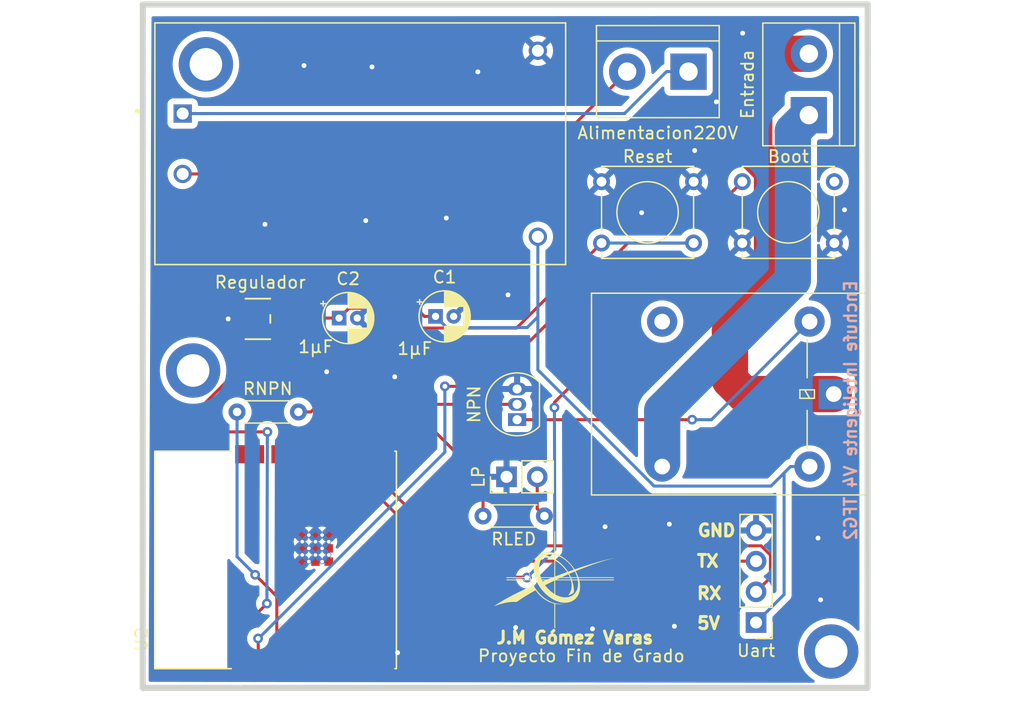
<source format=kicad_pcb>
(kicad_pcb (version 20221018) (generator pcbnew)
  (title_block (title "Interruptor_Luz_PCB") (date "2024-04-15") (rev "v1.1"))
  (layers (0 "F.Cu" signal) (31 "B.Cu" signal) (34 "B.Paste" user) (35 "F.Paste" user) (36 "B.SilkS" user "B.Silkscreen") (37 "F.SilkS" user "F.Silkscreen") (38 "B.Mask" user) (39 "F.Mask" user) (44 "Edge.Cuts" user))
  (net 0 "")
  (net 1 "GND")
  (net 2 "+5V")
  (net 3 "+3V3")
  (net 4 "Net-(LP1-Pin_2)")
  (net 5 "AC")
  (net 7 "rele")
  (net 8 "Earth")
  (net 9 "Led")
  (net 14 "boot")
  (net 16 "Net-(U2-RXD)")
  (net 17 "Net-(U2-TXD)")
  (net 24 "Net-(Entrada1-Pin_1)")
  (net 25 "Net-(Q1-C)")
  (net 27 "Net-(Entrada1-Pin_2)")
  (net 28 "Net-(Q1-B)")
  (net 29 "Net-(Reset1-Pin_4)")
  (footprint "Connector_PinHeader_2.54mm:PinHeader_1x02_P2.54mm_Vertical" (layer "F.Cu") (at 247.105 102.1 90)
    (fp_text reference "LP" (at 0 -2.33 90) (layer "F.SilkS"))
    (fp_text value "Conn_01x02")
    (pad "1" thru_hole rect (at 0 0 90) (size 1.7 1.7) (drill 1) (layers "*.Cu" "*.Mask") (net 1 "GND"))
    (pad "2" thru_hole oval (at 0 2.54 90) (size 1.7 1.7) (drill 1) (layers "*.Cu" "*.Mask") (net 4 "Net-(LP1-Pin_2)"))
  )
  (footprint "LibreriaTFG:MODULE_ESP32-C3-WROOM-02-H4" (layer "F.Cu") (at 227.99 108.98 90)
    (fp_text reference "U2" (at -6.575 -11.085 90) (layer "F.SilkS"))
    (fp_text value "ESP32-C3-WROOM-02-N4")
    (pad "1" smd rect (at -8.75 -2.9 90) (size 1.5 0.9) (layers "F.Cu" "F.Paste" "F.Mask") (net 3 "+3V3"))
    (pad "2" smd rect (at -8.75 -1.4 90) (size 1.5 0.9) (layers "F.Cu" "F.Paste" "F.Mask") (net 29 "Net-(Reset1-Pin_4)"))
    (pad "3" smd rect (at -8.75 0.1 90) (size 1.5 0.9) (layers "F.Cu" "F.Paste" "F.Mask") (net 7 "rele"))
    (pad "4" smd rect (at -8.75 1.6 90) (size 1.5 0.9) (layers "F.Cu" "F.Paste" "F.Mask"))
    (pad "5" smd rect (at -8.75 3.1 90) (size 1.5 0.9) (layers "F.Cu" "F.Paste" "F.Mask"))
    (pad "6" smd rect (at -8.75 4.6 90) (size 1.5 0.9) (layers "F.Cu" "F.Paste" "F.Mask"))
    (pad "7" smd rect (at -8.75 6.1 90) (size 1.5 0.9) (layers "F.Cu" "F.Paste" "F.Mask"))
    (pad "8" smd rect (at -8.75 7.6 90) (size 1.5 0.9) (layers "F.Cu" "F.Paste" "F.Mask") (net 14 "boot"))
    (pad "9" smd rect (at -8.75 9.1 90) (size 1.5 0.9) (layers "F.Cu" "F.Paste" "F.Mask") (net 1 "GND"))
    (pad "10" smd rect (at 8.75 9.1 90) (size 1.5 0.9) (layers "F.Cu" "F.Paste" "F.Mask"))
    (pad "11" smd rect (at 8.75 7.6 90) (size 1.5 0.9) (layers "F.Cu" "F.Paste" "F.Mask") (net 16 "Net-(U2-RXD)"))
    (pad "12" smd rect (at 8.75 6.1 90) (size 1.5 0.9) (layers "F.Cu" "F.Paste" "F.Mask") (net 17 "Net-(U2-TXD)"))
    (pad "13" smd rect (at 8.75 4.6 90) (size 1.5 0.9) (layers "F.Cu" "F.Paste" "F.Mask") (net 9 "Led"))
    (pad "14" smd rect (at 8.75 3.1 90) (size 1.5 0.9) (layers "F.Cu" "F.Paste" "F.Mask"))
    (pad "15" smd rect (at 8.75 1.6 90) (size 1.5 0.9) (layers "F.Cu" "F.Paste" "F.Mask"))
    (pad "16" smd rect (at 8.75 0.1 90) (size 1.5 0.9) (layers "F.Cu" "F.Paste" "F.Mask"))
    (pad "17" smd rect (at 8.75 -1.4 90) (size 1.5 0.9) (layers "F.Cu" "F.Paste" "F.Mask"))
    (pad "18" smd rect (at 8.75 -2.9 90) (size 1.5 0.9) (layers "F.Cu" "F.Paste" "F.Mask"))
    (pad "19" smd rect (at -0.14 2.2 90) (size 0.7 0.7) (layers "F.Cu" "F.Paste" "F.Mask") (net 1 "GND"))
    (pad "20" smd rect (at 0.96 2.2 90) (size 0.7 0.7) (layers "F.Cu" "F.Paste" "F.Mask") (net 1 "GND"))
    (pad "21" smd rect (at 2.06 2.2 90) (size 0.7 0.7) (layers "F.Cu" "F.Paste" "F.Mask") (net 1 "GND"))
    (pad "22" smd rect (at -0.14 3.3 90) (size 0.7 0.7) (layers "F.Cu" "F.Paste" "F.Mask") (net 1 "GND"))
    (pad "23" smd rect (at 0.96 3.3 90) (size 0.7 0.7) (layers "F.Cu" "F.Paste" "F.Mask") (net 1 "GND"))
    (pad "24" smd rect (at 2.06 3.3 90) (size 0.7 0.7) (layers "F.Cu" "F.Paste" "F.Mask") (net 1 "GND"))
    (pad "25" smd rect (at -0.14 4.4 90) (size 0.7 0.7) (layers "F.Cu" "F.Paste" "F.Mask") (net 1 "GND"))
    (pad "26" smd rect (at 0.96 4.4 90) (size 0.7 0.7) (layers "F.Cu" "F.Paste" "F.Mask") (net 1 "GND"))
    (pad "27" smd rect (at 2.06 4.4 90) (size 0.7 0.7) (layers "F.Cu" "F.Paste" "F.Mask") (net 1 "GND"))
    (pad "28" thru_hole circle (at 0.41 2.2 90) (size 0.4 0.4) (drill 0.3) (layers "*.Cu") (net 1 "GND"))
    (pad "29" thru_hole circle (at 1.51 2.2 90) (size 0.4 0.4) (drill 0.3) (layers "*.Cu") (net 1 "GND"))
    (pad "30" thru_hole circle (at -0.14 2.75 90) (size 0.4 0.4) (drill 0.3) (layers "*.Cu") (net 1 "GND"))
    (pad "31" thru_hole circle (at 0.96 2.75 90) (size 0.4 0.4) (drill 0.3) (layers "*.Cu") (net 1 "GND"))
    (pad "32" thru_hole circle (at 2.06 2.75 90) (size 0.4 0.4) (drill 0.3) (layers "*.Cu") (net 1 "GND"))
    (pad "33" thru_hole circle (at 0.41 3.3 90) (size 0.4 0.4) (drill 0.3) (layers "*.Cu") (net 1 "GND"))
    (pad "34" thru_hole circle (at 1.51 3.3 90) (size 0.4 0.4) (drill 0.3) (layers "*.Cu") (net 1 "GND"))
    (pad "35" thru_hole circle (at -0.14 3.85 90) (size 0.4 0.4) (drill 0.3) (layers "*.Cu") (net 1 "GND"))
    (pad "36" thru_hole circle (at 0.96 3.85 90) (size 0.4 0.4) (drill 0.3) (layers "*.Cu") (net 1 "GND"))
    (pad "37" thru_hole circle (at 2.06 3.85 90) (size 0.4 0.4) (drill 0.3) (layers "*.Cu") (net 1 "GND"))
    (pad "38" thru_hole circle (at 0.41 4.4 90) (size 0.4 0.4) (drill 0.3) (layers "*.Cu") (net 1 "GND"))
    (pad "39" thru_hole circle (at 1.51 4.4 90) (size 0.4 0.4) (drill 0.3) (layers "*.Cu") (net 1 "GND"))
    (zone (net 0) (net_name "") (layer "B.Cu") (connect_pads (clearance 0)) (min_thickness 0.01)
      (keepout (tracks not_allowed) (vias not_allowed) (pads not_allowed) (copperpour not_allowed) (footprints allowed))
      (fill (thermal_gap 0.508) (thermal_bridge_width 0.508))
      (polygon (pts (xy 217.99 117.98) (xy 217.99 99.98) (xy 223.99 99.98) (xy 223.99 117.98)))
    )
  )
  (footprint "Resistor_THT:R_Axial_DIN0204_L3.6mm_D1.6mm_P5.08mm_Horizontal" (layer "F.Cu") (at 224.8 96.73)
    (fp_text reference "RNPN" (at 2.54 -1.92) (layer "F.SilkS"))
    (fp_text value "R_Small_US")
    (pad "1" thru_hole circle (at 0 0) (size 1.4 1.4) (drill 0.7) (layers "*.Cu" "*.Mask") (net 7 "rele"))
    (pad "2" thru_hole oval (at 5.08 0) (size 1.4 1.4) (drill 0.7) (layers "*.Cu" "*.Mask") (net 28 "Net-(Q1-B)"))
  )
  (footprint "MountingHole:MountingHole_2.7mm_M2.5_ISO14580_Pad" (layer "F.Cu") (at 273.98 116.56)
    (fp_text reference "REF2" hide)
    (fp_text value "MountingHole_2.7mm_M2.5_ISO14580_Pad")
    (pad "1" thru_hole circle (at 0 0) (size 4.5 4.5) (drill 2.7) (layers "*.Cu" "*.Mask"))
  )
  (footprint "TerminalBlock:TerminalBlock_bornier-2_P5.08mm" (layer "F.Cu") (at 272.13 72.16 90)
    (fp_text reference "Entrada" (at 2.54 -5.08 90) (layer "F.SilkS"))
    (fp_text value "Conn_01x02")
    (pad "1" thru_hole rect (at 0 0 90) (size 3 3) (drill 1.52) (layers "*.Cu" "*.Mask") (net 24 "Net-(Entrada1-Pin_1)"))
    (pad "2" thru_hole circle (at 5.08 0 90) (size 3 3) (drill 1.52) (layers "*.Cu" "*.Mask") (net 27 "Net-(Entrada1-Pin_2)"))
  )
  (footprint "LibreriaTFG:CONV_HLK-PM01" (layer "F.Cu") (at 234.9976 74.53)
    (fp_text reference "PS1" hide)
    (fp_text value "HLK-PM0")
    (pad "1" thru_hole rect (at -14.7 -2.5) (size 1.508 1.508) (drill 1) (layers "*.Cu" "*.Mask") (net 5 "AC"))
    (pad "2" thru_hole circle (at -14.7 2.5) (size 1.508 1.508) (drill 1) (layers "*.Cu" "*.Mask") (net 8 "Earth"))
    (pad "3" thru_hole circle (at 14.7 -7.7) (size 1.508 1.508) (drill 1) (layers "*.Cu" "*.Mask") (net 1 "GND"))
    (pad "4" thru_hole circle (at 14.7 7.7) (size 1.508 1.508) (drill 1) (layers "*.Cu" "*.Mask") (net 2 "+5V"))
  )
  (footprint "Capacitor_THT:CP_Radial_D4.0mm_P1.50mm" (layer "F.Cu") (at 233.2474 88.96)
    (fp_text reference "C2" (at 0.75 -3.25) (layer "F.SilkS"))
    (fp_text value "1µF" (at -1.94 2.38) (layer "F.SilkS"))
    (pad "1" thru_hole rect (at 0 0) (size 1.2 1.2) (drill 0.6) (layers "*.Cu" "*.Mask") (net 3 "+3V3"))
    (pad "2" thru_hole circle (at 1.5 0) (size 1.2 1.2) (drill 0.6) (layers "*.Cu" "*.Mask") (net 1 "GND"))
  )
  (footprint "MountingHole:MountingHole_2.7mm_M2.5_ISO14580_Pad" (layer "F.Cu") (at 221.16 93.3)
    (fp_text reference "REF1" hide)
    (fp_text value "MountingHole_2.7mm_M2.5_ISO14580_Pad")
    (pad "1" thru_hole circle (at 0 0) (size 4.5 4.5) (drill 2.7) (layers "*.Cu" "*.Mask"))
  )
  (footprint "MountingHole:MountingHole_2.7mm_M2.5_ISO14580_Pad" (layer "F.Cu") (at 222.22 67.96)
    (fp_text reference "REF**" hide)
    (fp_text value "MountingHole_2.7mm_M2.5_ISO14580_Pad")
    (pad "1" thru_hole circle (at 0 0) (size 4.5 4.5) (drill 2.7) (layers "*.Cu" "*.Mask"))
  )
  (footprint "TerminalBlock:TerminalBlock_bornier-2_P5.08mm" (layer "F.Cu") (at 262.17 68.56 180)
    (fp_text reference "Alimentacion220V" (at 2.54 -5.08) (layer "F.SilkS"))
    (fp_text value "Conn_01x02")
    (pad "1" thru_hole rect (at 0 0 180) (size 3 3) (drill 1.52) (layers "*.Cu" "*.Mask") (net 5 "AC"))
    (pad "2" thru_hole circle (at 5.08 0 180) (size 3 3) (drill 1.52) (layers "*.Cu" "*.Mask") (net 8 "Earth"))
  )
  (footprint "Resistor_THT:R_Axial_DIN0204_L3.6mm_D1.6mm_P5.08mm_Horizontal" (layer "F.Cu") (at 250.24 105.34 180)
    (fp_text reference "RLED" (at 2.54 -1.92) (layer "F.SilkS"))
    (fp_text value "R_Small_US")
    (pad "1" thru_hole circle (at 0 0 180) (size 1.4 1.4) (drill 0.7) (layers "*.Cu" "*.Mask") (net 4 "Net-(LP1-Pin_2)"))
    (pad "2" thru_hole oval (at 5.08 0 180) (size 1.4 1.4) (drill 0.7) (layers "*.Cu" "*.Mask") (net 9 "Led"))
  )
  (footprint "logo:logoetsisi10x8" (layer "F.Cu") (at 251.05 110.62)
    (fp_text reference "G***" hide)
    (fp_text value "LOGO" hide)
  )
  (footprint "LibreriaTFG:RT9080-33GJ5" (layer "F.Cu") (at 226.5221 89.0302)
    (fp_text reference "Regulador" (at 0.1979 -3.0302) (layer "F.SilkS"))
    (fp_text value "RT9080-33GJ5" hide)
    (pad "1" smd rect (at -1.37795 -0.9398) (size 0.9525 0.5588) (layers "F.Cu" "F.Paste" "F.Mask") (net 2 "+5V"))
    (pad "2" smd rect (at -1.37795 0) (size 0.9525 0.5588) (layers "F.Cu" "F.Paste" "F.Mask") (net 1 "GND"))
    (pad "3" smd rect (at -1.37795 0.9398) (size 0.9525 0.5588) (layers "F.Cu" "F.Paste" "F.Mask") (net 2 "+5V"))
    (pad "4" smd rect (at 1.37795 0.9398) (size 0.9525 0.5588) (layers "F.Cu" "F.Paste" "F.Mask"))
    (pad "5" smd rect (at 1.37795 -0.9398) (size 0.9525 0.5588) (layers "F.Cu" "F.Paste" "F.Mask") (net 3 "+3V3"))
  )
  (footprint "Connector_PinHeader_2.54mm:PinHeader_1x04_P2.54mm_Vertical" (layer "F.Cu") (at 267.76 114.16 180)
    (fp_text reference "Uart" (at 0 -2.33) (layer "F.SilkS"))
    (fp_text value "Conn_01x04")
    (pad "1" thru_hole rect (at 0 0 180) (size 1.7 1.7) (drill 1) (layers "*.Cu" "*.Mask") (net 2 "+5V"))
    (pad "2" thru_hole oval (at 0 2.54 180) (size 1.7 1.7) (drill 1) (layers "*.Cu" "*.Mask") (net 16 "Net-(U2-RXD)"))
    (pad "3" thru_hole oval (at 0 5.08 180) (size 1.7 1.7) (drill 1) (layers "*.Cu" "*.Mask") (net 17 "Net-(U2-TXD)"))
    (pad "4" thru_hole oval (at 0 7.62 180) (size 1.7 1.7) (drill 1) (layers "*.Cu" "*.Mask") (net 1 "GND"))
  )
  (footprint "Package_TO_SOT_THT:TO-92_Inline" (layer "F.Cu") (at 247.98 97.37 90)
    (fp_text reference "NPN" (at 1.27 -3.56 90) (layer "F.SilkS"))
    (fp_text value "NPN")
    (pad "1" thru_hole rect (at 0 0 90) (size 1.05 1.5) (drill 0.75) (layers "*.Cu" "*.Mask") (net 25 "Net-(Q1-C)"))
    (pad "2" thru_hole oval (at 1.27 0 90) (size 1.05 1.5) (drill 0.75) (layers "*.Cu" "*.Mask") (net 28 "Net-(Q1-B)"))
    (pad "3" thru_hole oval (at 2.54 0 90) (size 1.05 1.5) (drill 0.75) (layers "*.Cu" "*.Mask") (net 1 "GND"))
  )
  (footprint "Capacitor_THT:CP_Radial_D4.0mm_P1.50mm" (layer "F.Cu") (at 241.23 88.82)
    (fp_text reference "C1" (at 0.75 -3.25) (layer "F.SilkS"))
    (fp_text value "1µF" (at -1.72 2.67) (layer "F.SilkS"))
    (pad "1" thru_hole rect (at 0 0) (size 1.2 1.2) (drill 0.6) (layers "*.Cu" "*.Mask") (net 2 "+5V"))
    (pad "2" thru_hole circle (at 1.5 0) (size 1.2 1.2) (drill 0.6) (layers "*.Cu" "*.Mask") (net 1 "GND"))
  )
  (footprint "Relay_THT:Relay_SPDT_Omron-G5LE-1" (layer "F.Cu") (at 274.1875 95.25 -90)
    (fp_text reference "Rele" hide)
    (fp_text value "G5LE-1")
    (pad "1" thru_hole rect (at 0 0 270) (size 2.5 2.5) (drill 1.3) (layers "*.Cu" "*.Mask") (net 27 "Net-(Entrada1-Pin_2)"))
    (pad "2" thru_hole oval (at -6 2 270) (size 2.5 2.5) (drill 1.3) (layers "*.Cu" "*.Mask") (net 25 "Net-(Q1-C)"))
    (pad "3" thru_hole oval (at -6 14.2 270) (size 2.5 2.5) (drill 1.3) (layers "*.Cu" "*.Mask"))
    (pad "4" thru_hole oval (at 6 14.2 270) (size 2.5 2.5) (drill 1.3) (layers "*.Cu" "*.Mask") (net 24 "Net-(Entrada1-Pin_1)"))
    (pad "5" thru_hole oval (at 6 2 270) (size 2.5 2.5) (drill 1.3) (layers "*.Cu" "*.Mask") (net 2 "+5V"))
  )
  (footprint "Button_Switch_THT:SW_Tactile_Straight_KSL0Axx1LFTR" (layer "F.Cu") (at 266.62 77.67)
    (fp_text reference "Boot" (at 3.81 -2.08) (layer "F.SilkS"))
    (fp_text value "boton")
    (pad "1" thru_hole circle (at 0 0) (size 1.397 1.397) (drill 0.8128) (layers "*.Cu" "*.Mask") (net 14 "boot"))
    (pad "1" thru_hole circle (at 7.62 0) (size 1.397 1.397) (drill 0.8128) (layers "*.Cu" "*.Mask"))
    (pad "2" thru_hole circle (at 0 5.08) (size 1.397 1.397) (drill 0.8128) (layers "*.Cu" "*.Mask") (net 1 "GND"))
    (pad "2" thru_hole circle (at 7.62 5.08) (size 1.397 1.397) (drill 0.8128) (layers "*.Cu" "*.Mask") (net 1 "GND"))
  )
  (footprint "Button_Switch_THT:SW_Tactile_Straight_KSL0Axx1LFTR" (layer "F.Cu") (at 254.97 77.67)
    (fp_text reference "Reset" (at 3.81 -2.08) (layer "F.SilkS"))
    (fp_text value "boton")
    (pad "1" thru_hole circle (at 0 0) (size 1.397 1.397) (drill 0.8128) (layers "*.Cu" "*.Mask") (net 1 "GND"))
    (pad "1" thru_hole circle (at 7.62 0) (size 1.397 1.397) (drill 0.8128) (layers "*.Cu" "*.Mask") (net 1 "GND"))
    (pad "2" thru_hole circle (at 0 5.08) (size 1.397 1.397) (drill 0.8128) (layers "*.Cu" "*.Mask") (net 3 "+3V3"))
    (pad "2" thru_hole circle (at 7.62 5.08) (size 1.397 1.397) (drill 0.8128) (layers "*.Cu" "*.Mask") (net 3 "+3V3"))
  )
  (gr_line (start 217 63) (end 277 63) (stroke (width 0.5)) (layer "Edge.Cuts"))
  (gr_line (start 216.99 119.57) (end 276.99 119.57) (stroke (width 0.5)) (layer "Edge.Cuts"))
  (gr_line (start 276.99 119.57) (end 277 63) (stroke (width 0.5)) (layer "Edge.Cuts"))
  (gr_line (start 217 63) (end 216.99 119.57) (stroke (width 0.5)) (layer "Edge.Cuts"))
  (gr_text "Enchufe Inteligente V4 TFG2\n" (at 276.17 85.73 90) (layer "B.SilkS") (effects (font (size 1 1) (thickness 0.2) bold) (justify left bottom mirror)))
  (gr_text "GND" (at 262.8 107.13) (layer "F.SilkS") (effects (font (size 1 1) (thickness 0.25) bold) (justify left bottom)))
  (gr_text "5V" (at 262.76 114.8) (layer "F.SilkS") (effects (font (size 1 1) (thickness 0.25) bold) (justify left bottom)))
  (gr_text "J.M Gómez Varas" (at 246.14 116) (layer "F.SilkS") (effects (font (size 1 1) (thickness 0.25) bold) (justify left bottom)))
  (gr_text "TX" (at 262.74 109.66) (layer "F.SilkS") (effects (font (size 1 1) (thickness 0.25) bold) (justify left bottom)))
  (gr_text "RX" (at 262.74 112.33) (layer "F.SilkS") (effects (font (size 1 1) (thickness 0.25) bold) (justify left bottom)))
  (gr_text "Proyecto Fin de Grado" (at 244.65 117.51) (layer "F.SilkS") (effects (font (size 1 1)) (justify left bottom)))
  (segment (start 230.19 106.92) (end 230.74 106.92) (width 0.25) (layer "F.Cu") (net 1))
  (segment (start 230.19 109.12) (end 230.74 109.12) (width 0.25) (layer "F.Cu") (net 1))
  (segment (start 237.09 117.73) (end 237.09 116.6549) (width 0.25) (layer "F.Cu") (net 1))
  (segment (start 231.84 109.12) (end 232.39 109.12) (width 0.25) (layer "F.Cu") (net 1))
  (segment (start 230.74 108.02) (end 231.29 108.02) (width 0.25) (layer "F.Cu") (net 1))
  (segment (start 230.19 108.02) (end 230.74 108.02) (width 0.25) (layer "F.Cu") (net 1))
  (segment (start 230.74 106.92) (end 231.29 106.92) (width 0.25) (layer "F.Cu") (net 1))
  (segment (start 231.84 106.92) (end 232.39 106.92) (width 0.25) (layer "F.Cu") (net 1))
  (segment (start 231.84 108.02) (end 232.39 108.02) (width 0.25) (layer "F.Cu") (net 1))
  (segment (start 230.74 109.12) (end 231.29 109.12) (width 0.25) (layer "F.Cu") (net 1))
  (segment (start 224.065 89.0302) (end 225.1442 89.0302) (width 0.25) (layer "F.Cu") (net 1))
  (segment (start 237.09 116.6549) (end 238.0878 116.6549) (width 0.25) (layer "F.Cu") (net 1))
  (via (at 235.97 68.17) (size 0.8) (drill 0.4) (layers "F.Cu" "B.Cu") (net 1))
  (via (at 224.065 89.0302) (size 0.8) (drill 0.4) (layers "F.Cu" "B.Cu") (net 1))
  (via (at 254.22 114.68) (size 0.8) (drill 0.4) (layers "F.Cu" "B.Cu") (net 1))
  (via (at 261 114.47) (size 0.8) (drill 0.4) (layers "F.Cu" "B.Cu") (net 1))
  (via (at 242.12 80.68) (size 0.8) (drill 0.4) (layers "F.Cu" "B.Cu") (net 1))
  (via (at 262.68 75.09) (size 0.8) (drill 0.4) (layers "F.Cu" "B.Cu") (net 1))
  (via (at 235.45 80.89) (size 0.8) (drill 0.4) (layers "F.Cu" "B.Cu") (net 1))
  (via (at 273.1 112.28) (size 0.8) (drill 0.4) (layers "F.Cu" "B.Cu") (net 1))
  (via (at 247.86 114.57) (size 0.8) (drill 0.4) (layers "F.Cu" "B.Cu") (net 1))
  (via (at 244.73 68.58) (size 0.8) (drill 0.4) (layers "F.Cu" "B.Cu") (net 1))
  (via (at 275.08 80) (size 0.8) (drill 0.4) (layers "F.Cu" "B.Cu") (net 1))
  (via (at 258.29 80.24) (size 0.8) (drill 0.4) (layers "F.Cu" "B.Cu") (net 1))
  (via (at 238.0878 116.6549) (size 0.8) (drill 0.4) (layers "F.Cu" "B.Cu") (net 1))
  (via (at 264.47 71.06) (size 0.8) (drill 0.4) (layers "F.Cu" "B.Cu") (net 1))
  (via (at 255.26 106.23) (size 0.8) (drill 0.4) (layers "F.Cu" "B.Cu") (net 1))
  (via (at 230.34 68.06) (size 0.8) (drill 0.4) (layers "F.Cu" "B.Cu") (net 1))
  (via (at 260.58 106.02) (size 0.8) (drill 0.4) (layers "F.Cu" "B.Cu") (net 1))
  (via (at 232.22 93.4) (size 0.8) (drill 0.4) (layers "F.Cu" "B.Cu") (net 1))
  (via (at 227.11 81.2) (size 0.8) (drill 0.4) (layers "F.Cu" "B.Cu") (net 1))
  (via (at 237.85 93.82) (size 0.8) (drill 0.4) (layers "F.Cu" "B.Cu") (net 1))
  (via (at 266.65 65.38) (size 0.8) (drill 0.4) (layers "F.Cu" "B.Cu") (net 1))
  (via (at 272.89 107.17) (size 0.8) (drill 0.4) (layers "F.Cu" "B.Cu") (net 1))
  (via (at 247.23 87.04) (size 0.8) (drill 0.4) (layers "F.Cu" "B.Cu") (net 1))
  (segment (start 225.1442 89.97) (end 225.9456 89.97) (width 0.25) (layer "F.Cu") (net 2))
  (segment (start 226.5501 87.4859) (end 225.9456 88.0904) (width 0.25) (layer "F.Cu") (net 2))
  (segment (start 241.23 88.82) (end 240.3049 88.82) (width 0.25) (layer "F.Cu") (net 2))
  (segment (start 238.9708 87.4859) (end 226.5501 87.4859) (width 0.25) (layer "F.Cu") (net 2))
  (segment (start 225.9456 89.97) (end 225.9456 88.0904) (width 0.25) (layer "F.Cu") (net 2))
  (segment (start 240.3049 88.82) (end 238.9708 87.4859) (width 0.25) (layer "F.Cu") (net 2))
  (segment (start 225.1442 88.0904) (end 225.9456 88.0904) (width 0.25) (layer "F.Cu") (net 2))
  (segment (start 270.08 111.84) (end 270.08 101.89) (width 0.25) (layer "B.Cu") (net 2))
  (segment (start 267.76 114.16) (end 270.08 111.84) (width 0.25) (layer "B.Cu") (net 2))
  (segment (start 249.6976 82.23) (end 249.6976 89.7459) (width 0.25) (layer "B.Cu") (net 2))
  (segment (start 270.08 101.89) (end 270.0262 101.8362) (width 0.25) (layer "B.Cu") (net 2))
  (segment (start 242.1559 89.7459) (end 248.8117 89.7459) (width 0.25) (layer "B.Cu") (net 2))
  (segment (start 268.9352 102.8657) (end 268.9967 102.8657) (width 0.25) (layer "B.Cu") (net 2))
  (segment (start 241.23 88.82) (end 242.1559 89.7459) (width 0.25) (layer "B.Cu") (net 2))
  (segment (start 248.8117 89.7459) (end 249.6976 88.86) (width 0.25) (layer "B.Cu") (net 2))
  (segment (start 270.0262 101.8362) (end 270.6124 101.25) (width 0.25) (layer "B.Cu") (net 2))
  (segment (start 272.1875 101.25) (end 270.6124 101.25) (width 0.25) (layer "B.Cu") (net 2))
  (segment (start 259.316 102.8657) (end 268.9352 102.8657) (width 0.25) (layer "B.Cu") (net 2))
  (segment (start 249.6976 89.7459) (end 249.6976 93.2473) (width 0.25) (layer "B.Cu") (net 2))
  (segment (start 249.6976 93.2473) (end 259.316 102.8657) (width 0.25) (layer "B.Cu") (net 2))
  (segment (start 268.9967 102.8657) (end 270.0262 101.8362) (width 0.25) (layer "B.Cu") (net 2))
  (segment (start 227.38 112.7) (end 227.27 112.59) (width 0.25) (layer "F.Cu") (net 3))
  (segment (start 229.5711 88.96) (end 228.7015 88.0904) (width 0.25) (layer "F.Cu") (net 3))
  (segment (start 239.9482 89.7849) (end 247.9351 89.7849) (width 0.25) (layer "F.Cu") (net 3))
  (segment (start 247.9351 89.7849) (end 254.97 82.75) (width 0.25) (layer "F.Cu") (net 3))
  (segment (start 221.31 96.8369) (end 221.31 97.82) (width 0.25) (layer "F.Cu") (net 3))
  (segment (start 227.27 112.59) (end 226.59 113.27) (width 0.25) (layer "F.Cu") (net 3))
  (segment (start 221.87 98.38) (end 227.31 98.38) (width 0.25) (layer "F.Cu") (net 3))
  (segment (start 227.0988 88.0904) (end 227.0988 91.0481) (width 0.25) (layer "F.Cu") (net 3))
  (segment (start 238.3067 88.1434) (end 239.9482 89.7849) (width 0.25) (layer "F.Cu") (net 3))
  (segment (start 221.31 97.82) (end 221.87 98.38) (width 0.25) (layer "F.Cu") (net 3))
  (segment (start 227.31 98.38) (end 227.25 98.38) (width 0.25) (layer "F.Cu") (net 3))
  (segment (start 227.0988 91.0481) (end 221.31 96.8369) (width 0.25) (layer "F.Cu") (net 3))
  (segment (start 228.7015 88.0904) (end 227.0988 88.0904) (width 0.25) (layer "F.Cu") (net 3))
  (segment (start 225.09 117.73) (end 225.09 114.77) (width 0.25) (layer "F.Cu") (net 3))
  (segment (start 234.064 88.1434) (end 238.3067 88.1434) (width 0.25) (layer "F.Cu") (net 3))
  (segment (start 225.09 114.77) (end 226.59 113.27) (width 0.25) (layer "F.Cu") (net 3))
  (segment (start 233.2474 88.96) (end 229.5711 88.96) (width 0.25) (layer "F.Cu") (net 3))
  (segment (start 233.2474 88.96) (end 234.064 88.1434) (width 0.25) (layer "F.Cu") (net 3))
  (via (at 227.27 112.59) (size 0.8) (drill 0.4) (layers "F.Cu" "B.Cu") (net 3))
  (via (at 227.31 98.38) (size 0.8) (drill 0.4) (layers "F.Cu" "B.Cu") (net 3))
  (segment (start 227.27 112.59) (end 227.31 112.53) (width 0.25) (layer "B.Cu") (net 3))
  (segment (start 254.97 82.75) (end 262.59 82.75) (width 0.25) (layer "B.Cu") (net 3))
  (segment (start 227.31 98.38) (end 227.27 112.59) (width 0.25) (layer "B.Cu") (net 3))
  (segment (start 249.645 104.745) (end 250.24 105.34) (width 0.25) (layer "F.Cu") (net 4))
  (segment (start 249.645 102.1) (end 249.645 104.745) (width 0.25) (layer "F.Cu") (net 4))
  (segment (start 256.8749 72.03) (end 220.2976 72.03) (width 0.25) (layer "B.Cu") (net 5))
  (segment (start 260.3449 68.56) (end 256.8749 72.03) (width 0.25) (layer "B.Cu") (net 5))
  (segment (start 262.17 68.56) (end 260.3449 68.56) (width 0.25) (layer "B.Cu") (net 5))
  (segment (start 228.09 112.0002) (end 228.09 117.73) (width 0.25) (layer "F.Cu") (net 7))
  (segment (start 226.298 110.2082) (end 228.09 112.0002) (width 0.25) (layer "F.Cu") (net 7))
  (via (at 226.298 110.2082) (size 0.8) (drill 0.4) (layers "F.Cu" "B.Cu") (net 7))
  (segment (start 224.8 108.7102) (end 226.298 110.2082) (width 0.25) (layer "B.Cu") (net 7))
  (segment (start 224.8 96.73) (end 224.8 108.7102) (width 0.25) (layer "B.Cu") (net 7))
  (segment (start 257.09 68.56) (end 248.62 77.03) (width 0.25) (layer "F.Cu") (net 8))
  (segment (start 248.62 77.03) (end 220.2976 77.03) (width 0.25) (layer "F.Cu") (net 8))
  (segment (start 232.59 100.23) (end 232.59 98.13) (width 0.25) (layer "F.Cu") (net 9))
  (segment (start 240.34 97.52) (end 245.16 102.34) (width 0.25) (layer "F.Cu") (net 9))
  (segment (start 232.59 98.13) (end 233.2 97.52) (width 0.25) (layer "F.Cu") (net 9))
  (segment (start 245.16 102.34) (end 245.16 105.34) (width 0.25) (layer "F.Cu") (net 9))
  (segment (start 233.2 97.52) (end 240.34 97.52) (width 0.25) (layer "F.Cu") (net 9))
  (segment (start 260.04 85.33) (end 262.64 85.33) (width 0.25) (layer "F.Cu") (net 14))
  (segment (start 235.59 117.73) (end 235.59 117.43) (width 0.25) (layer "F.Cu") (net 14))
  (segment (start 256.75 88.62) (end 260.04 85.33) (width 0.25) (layer "F.Cu") (net 14))
  (segment (start 248.64 110.41) (end 248.79 110.44) (width 0.25) (layer "F.Cu") (net 14))
  (segment (start 248.79 110.44) (end 248.7 110.41) (width 0.25) (layer "F.Cu") (net 14))
  (segment (start 235.59 117.43) (end 242.61 110.41) (width 0.25) (layer "F.Cu") (net 14))
  (segment (start 262.64 85.33) (end 264.36 83.61) (width 0.25) (layer "F.Cu") (net 14))
  (segment (start 242.61 110.41) (end 248.64 110.41) (width 0.25) (layer "F.Cu") (net 14))
  (segment (start 248.7 110.41) (end 248.67 110.41) (width 0.25) (layer "F.Cu") (net 14))
  (segment (start 256.75 90.260113) (end 256.75 88.62) (width 0.25) (layer "F.Cu") (net 14))
  (segment (start 251.07 96.37) (end 251.07 95.940113) (width 0.25) (layer "F.Cu") (net 14))
  (segment (start 264.36 83.61) (end 264.36 79.93) (width 0.25) (layer "F.Cu") (net 14))
  (segment (start 251.07 95.940113) (end 256.75 90.260113) (width 0.25) (layer "F.Cu") (net 14))
  (segment (start 264.36 79.93) (end 266.62 77.67) (width 0.25) (layer "F.Cu") (net 14))
  (via (at 251.07 96.37) (size 0.8) (drill 0.4) (layers "F.Cu" "B.Cu") (net 14))
  (via (at 248.79 110.44) (size 0.8) (drill 0.4) (layers "F.Cu" "B.Cu") (net 14))
  (segment (start 251.07 96.37) (end 251.1 96.46) (width 0.25) (layer "B.Cu") (net 14))
  (segment (start 251.1 108.13) (end 251.07 96.37) (width 0.25) (layer "B.Cu") (net 14))
  (segment (start 248.79 110.44) (end 251.1 108.13) (width 0.25) (layer "B.Cu") (net 14))
  (segment (start 268.9477 108.5772) (end 268.1805 107.81) (width 0.25) (layer "F.Cu") (net 16))
  (segment (start 235.59 101.3051) (end 235.59 100.23) (width 0.25) (layer "F.Cu") (net 16))
  (segment (start 268.9477 110.4323) (end 268.9477 108.5772) (width 0.25) (layer "F.Cu") (net 16))
  (segment (start 268.1805 107.81) (end 242.0949 107.81) (width 0.25) (layer "F.Cu") (net 16))
  (segment (start 242.0949 107.81) (end 235.59 101.3051) (width 0.25) (layer "F.Cu") (net 16))
  (segment (start 267.76 111.62) (end 268.9477 110.4323) (width 0.25) (layer "F.Cu") (net 16))
  (segment (start 234.09 101.3051) (end 241.8649 109.08) (width 0.25) (layer "F.Cu") (net 17))
  (segment (start 234.09 100.23) (end 234.09 101.3051) (width 0.25) (layer "F.Cu") (net 17))
  (segment (start 241.8649 109.08) (end 267.76 109.08) (width 0.25) (layer "F.Cu") (net 17))
  (segment (start 270.804516 73.485484) (end 270.804516 85.805484) (width 3) (layer "B.Cu") (net 24))
  (segment (start 272.13 72.16) (end 270.804516 73.485484) (width 3) (layer "B.Cu") (net 24))
  (segment (start 259.9875 96.6225) (end 259.9875 100.95626) (width 3) (layer "B.Cu") (net 24))
  (segment (start 270.804516 85.805484) (end 259.9875 96.6225) (width 3) (layer "B.Cu") (net 24))
  (segment (start 262.47 97.37) (end 262.4924 97.37) (width 0.25) (layer "F.Cu") (net 25))
  (segment (start 247.98 97.37) (end 262.47 97.37) (width 0.25) (layer "F.Cu") (net 25))
  (via (at 262.47 97.37) (size 0.8) (drill 0.4) (layers "F.Cu" "B.Cu") (net 25))
  (segment (start 272.1875 89.25) (end 264.0675 97.37) (width 0.25) (layer "B.Cu") (net 25))
  (segment (start 264.0675 97.37) (end 262.47 97.37) (width 0.25) (layer "B.Cu") (net 25))
  (segment (start 272.13 67.08) (end 269.788008 67.08) (width 3) (layer "F.Cu") (net 27))
  (segment (start 269.08 76.738008) (end 269.08 86.48) (width 3) (layer "F.Cu") (net 27))
  (segment (start 267.613492 75.2715) (end 269.08 76.738008) (width 3) (layer "F.Cu") (net 27))
  (segment (start 267.613492 69.254516) (end 267.613492 75.2715) (width 3) (layer "F.Cu") (net 27))
  (segment (start 269.08 86.48) (end 265.6 89.96) (width 3) (layer "F.Cu") (net 27))
  (segment (start 265.6 94.1) (end 266.75 95.25) (width 3) (layer "F.Cu") (net 27))
  (segment (start 266.75 95.25) (end 274.1875 95.25) (width 3) (layer "F.Cu") (net 27))
  (segment (start 269.788008 67.08) (end 267.613492 69.254516) (width 3) (layer "F.Cu") (net 27))
  (segment (start 265.6 89.96) (end 265.6 94.1) (width 3) (layer "F.Cu") (net 27))
  (segment (start 229.88 96.73) (end 230.9051 96.73) (width 0.25) (layer "F.Cu") (net 28))
  (segment (start 247.98 96.1) (end 231.5351 96.1) (width 0.25) (layer "F.Cu") (net 28))
  (segment (start 231.5351 96.1) (end 230.9051 96.73) (width 0.25) (layer "F.Cu") (net 28))
  (segment (start 257.15 82.75) (end 247.52 92.38) (width 0.25) (layer "F.Cu") (net 29))
  (segment (start 226.54 115.48) (end 226.59 115.57) (width 0.25) (layer "F.Cu") (net 29))
  (segment (start 247.52 92.38) (end 245.41 94.49) (width 0.25) (layer "F.Cu") (net 29))
  (segment (start 226.59 117.73) (end 226.54 115.48) (width 0.25) (layer "F.Cu") (net 29))
  (segment (start 245.29 94.61) (end 245.41 94.49) (width 0.25) (layer "F.Cu") (net 29))
  (segment (start 262.59 82.75) (end 257.15 82.75) (width 0.25) (layer "F.Cu") (net 29))
  (segment (start 242 94.61) (end 245.29 94.61) (width 0.25) (layer "F.Cu") (net 29))
  (via (at 242 94.61) (size 0.8) (drill 0.4) (layers "F.Cu" "B.Cu") (net 29))
  (via (at 226.54 115.48) (size 0.8) (drill 0.4) (layers "F.Cu" "B.Cu") (net 29))
  (segment (start 242 100.06) (end 242 94.61) (width 0.25) (layer "B.Cu") (net 29))
  (segment (start 226.54 115.48) (end 226.58 115.48) (width 0.25) (layer "B.Cu") (net 29))
  (segment (start 226.58 115.48) (end 242 100.06) (width 0.25) (layer "B.Cu") (net 29))
  (zone (net 1) (net_name "GND") (layer "B.Cu") (connect_pads (clearance 0.5)) (min_thickness 0.25) (fill yes (thermal_gap 0.5) (thermal_bridge_width 0.5))
    (polygon (pts (xy 217.72 63.98) (xy 276.29 63.96) (xy 276.32 119.15) (xy 217.48 119.07)))
  )
)
</source>
